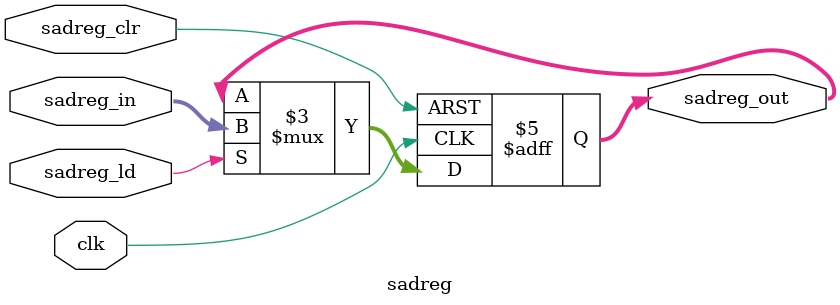
<source format=sv>
module sadreg(	input logic sadreg_ld,sadreg_clr,clk,
				input logic [31:0] sadreg_in,
				output logic [31:0]sadreg_out
				);
		always_ff @(posedge clk or posedge sadreg_clr)begin
		if(sadreg_clr) sadreg_out = 0;
		else if(sadreg_ld)sadreg_out=sadreg_in;
		end
			
endmodule
</source>
